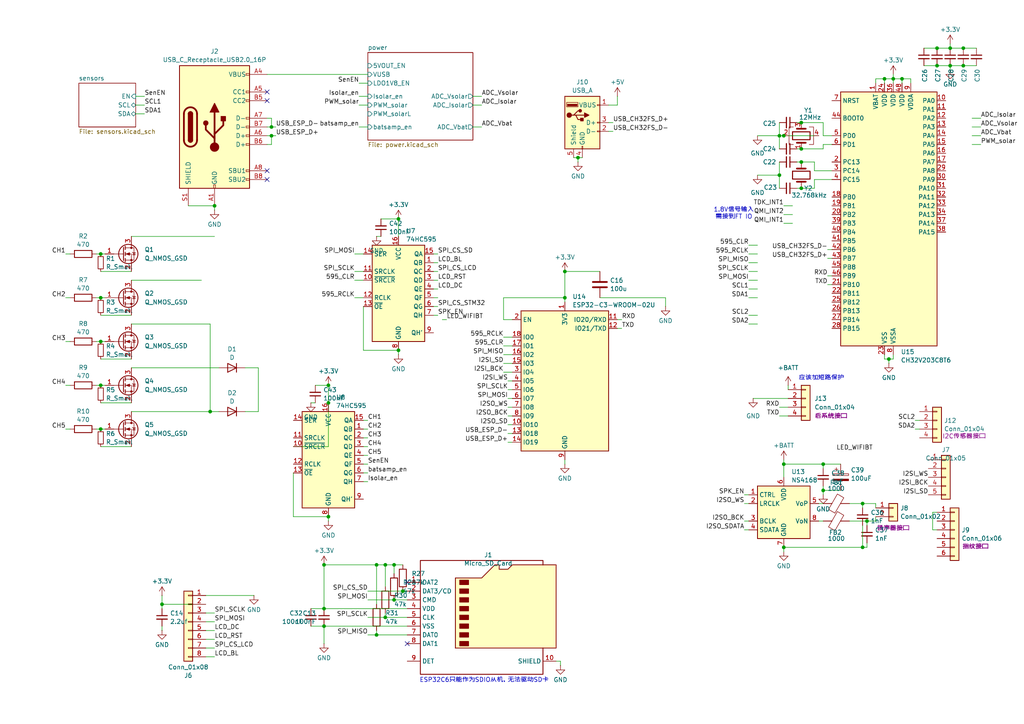
<source format=kicad_sch>
(kicad_sch (version 20231120) (generator "eeschema") (generator_version "8.0")
  (paper "A4")
  (junction (at 93.98 163.83))
  (junction (at 29.21 73.66))
  (junction (at 232.41 43.18))
  (junction (at 275.59 19.05))
  (junction (at 78.74 39.37))
  (junction (at 271.78 13.97))
  (junction (at 232.41 46.99))
  (junction (at 232.41 54.61))
  (junction (at 62.23 59.69))
  (junction (at 46.99 175.26))
  (junction (at 226.06 50.8))
  (junction (at 29.21 124.46))
  (junction (at 93.98 181.61))
  (junction (at 227.33 158.75))
  (junction (at 93.98 176.53))
  (junction (at 115.57 63.5))
  (junction (at 95.25 111.76))
  (junction (at 279.4 19.05))
  (junction (at 232.41 35.56))
  (junction (at 95.25 149.86))
  (junction (at 60.96 119.38))
  (junction (at 109.22 163.83))
  (junction (at 238.76 142.24))
  (junction (at 167.64 45.72))
  (junction (at 109.22 184.15))
  (junction (at 271.78 19.05))
  (junction (at 257.81 104.14))
  (junction (at 29.21 111.76))
  (junction (at 226.06 39.37))
  (junction (at 279.4 13.97))
  (junction (at 111.76 163.83))
  (junction (at 261.62 22.86))
  (junction (at 114.3 163.83))
  (junction (at 115.57 101.6))
  (junction (at 111.76 179.07))
  (junction (at 259.08 22.86))
  (junction (at 256.54 22.86))
  (junction (at 163.83 86.36))
  (junction (at 227.33 39.37))
  (junction (at 29.21 86.36))
  (junction (at 250.19 158.75))
  (junction (at 275.59 13.97))
  (junction (at 116.84 171.45))
  (junction (at 227.33 134.62))
  (junction (at 95.25 116.84))
  (junction (at 238.76 134.62))
  (junction (at 251.46 151.13))
  (junction (at 163.83 78.74))
  (junction (at 78.74 36.83))
  (junction (at 114.3 173.99))
  (junction (at 29.21 99.06))
  (junction (at 250.19 146.05))
  (no_connect (at 77.47 49.53))
  (no_connect (at 77.47 26.67))
  (no_connect (at 118.11 168.91))
  (no_connect (at 77.47 29.21))
  (no_connect (at 118.11 186.69))
  (no_connect (at 77.47 52.07))
  (wire (pts (xy 27.94 73.66) (xy 29.21 73.66)))
  (wire (pts (xy 62.23 59.69) (xy 62.23 60.96)))
  (wire (pts (xy 254 24.13) (xy 254 22.86)))
  (wire (pts (xy 166.37 45.72) (xy 167.64 45.72)))
  (wire (pts (xy 147.32 125.73) (xy 148.59 125.73)))
  (wire (pts (xy 228.6 111.76) (xy 228.6 113.03)))
  (wire (pts (xy 238.76 134.62) (xy 243.84 134.62)))
  (wire (pts (xy 106.68 171.45) (xy 116.84 171.45)))
  (wire (pts (xy 176.53 30.48) (xy 179.07 30.48)))
  (wire (pts (xy 251.46 158.75) (xy 250.19 158.75)))
  (wire (pts (xy 105.41 101.6) (xy 115.57 101.6)))
  (wire (pts (xy 78.74 39.37) (xy 77.47 39.37)))
  (wire (pts (xy 279.4 19.05) (xy 283.21 19.05)))
  (wire (pts (xy 93.98 186.69) (xy 93.98 181.61)))
  (wire (pts (xy 106.68 132.08) (xy 105.41 132.08)))
  (wire (pts (xy 179.07 95.25) (xy 180.34 95.25)))
  (wire (pts (xy 147.32 113.03) (xy 148.59 113.03)))
  (wire (pts (xy 77.47 41.91) (xy 78.74 41.91)))
  (wire (pts (xy 109.22 163.83) (xy 111.76 163.83)))
  (wire (pts (xy 109.22 184.15) (xy 118.11 184.15)))
  (wire (pts (xy 77.47 21.59) (xy 106.68 21.59)))
  (wire (pts (xy 271.78 13.97) (xy 275.59 13.97)))
  (wire (pts (xy 29.21 116.84) (xy 38.1 116.84)))
  (wire (pts (xy 105.41 139.7) (xy 106.68 139.7)))
  (wire (pts (xy 251.46 157.48) (xy 251.46 158.75)))
  (wire (pts (xy 38.1 68.58) (xy 62.23 68.58)))
  (wire (pts (xy 146.05 92.71) (xy 148.59 92.71)))
  (wire (pts (xy 109.22 182.88) (xy 109.22 184.15)))
  (wire (pts (xy 106.68 129.54) (xy 105.41 129.54)))
  (wire (pts (xy 238.76 41.91) (xy 241.3 41.91)))
  (wire (pts (xy 163.83 78.74) (xy 173.99 78.74)))
  (wire (pts (xy 251.46 151.13) (xy 254 151.13)))
  (wire (pts (xy 95.25 149.86) (xy 95.25 151.13)))
  (wire (pts (xy 59.69 182.88) (xy 62.23 182.88)))
  (wire (pts (xy 78.74 34.29) (xy 77.47 34.29)))
  (wire (pts (xy 259.08 21.59) (xy 259.08 22.86)))
  (wire (pts (xy 227.33 134.62) (xy 227.33 138.43)))
  (wire (pts (xy 116.84 171.45) (xy 118.11 171.45)))
  (wire (pts (xy 29.21 91.44) (xy 38.1 91.44)))
  (wire (pts (xy 46.99 176.53) (xy 46.99 175.26)))
  (wire (pts (xy 39.37 27.94) (xy 41.91 27.94)))
  (wire (pts (xy 90.17 116.84) (xy 91.44 116.84)))
  (wire (pts (xy 71.12 119.38) (xy 74.93 119.38)))
  (wire (pts (xy 236.22 46.99) (xy 232.41 46.99)))
  (wire (pts (xy 46.99 175.26) (xy 46.99 172.72)))
  (wire (pts (xy 59.69 180.34) (xy 62.23 180.34)))
  (wire (pts (xy 227.33 59.69) (xy 229.87 59.69)))
  (wire (pts (xy 102.87 86.36) (xy 105.41 86.36)))
  (wire (pts (xy 109.22 163.83) (xy 109.22 175.26)))
  (wire (pts (xy 38.1 93.98) (xy 60.96 93.98)))
  (wire (pts (xy 254 22.86) (xy 256.54 22.86)))
  (wire (pts (xy 215.9 153.67) (xy 217.17 153.67)))
  (wire (pts (xy 147.32 118.11) (xy 148.59 118.11)))
  (wire (pts (xy 27.94 124.46) (xy 29.21 124.46)))
  (wire (pts (xy 265.43 121.92) (xy 266.7 121.92)))
  (wire (pts (xy 250.19 146.05) (xy 250.19 147.32)))
  (wire (pts (xy 232.41 43.18) (xy 238.76 43.18)))
  (wire (pts (xy 232.41 54.61) (xy 236.22 54.61)))
  (wire (pts (xy 29.21 104.14) (xy 38.1 104.14)))
  (wire (pts (xy 29.21 73.66) (xy 30.48 73.66)))
  (wire (pts (xy 240.03 74.93) (xy 241.3 74.93)))
  (wire (pts (xy 60.96 119.38) (xy 63.5 119.38)))
  (wire (pts (xy 264.16 22.86) (xy 264.16 24.13)))
  (wire (pts (xy 257.81 104.14) (xy 259.08 104.14)))
  (wire (pts (xy 217.17 83.82) (xy 219.71 83.82)))
  (wire (pts (xy 259.08 104.14) (xy 259.08 102.87)))
  (wire (pts (xy 29.21 99.06) (xy 30.48 99.06)))
  (wire (pts (xy 109.22 68.58) (xy 110.49 68.58)))
  (wire (pts (xy 240.03 80.01) (xy 241.3 80.01)))
  (wire (pts (xy 146.05 92.71) (xy 146.05 86.36)))
  (wire (pts (xy 226.06 35.56) (xy 226.06 39.37)))
  (wire (pts (xy 231.14 35.56) (xy 232.41 35.56)))
  (wire (pts (xy 111.76 177.8) (xy 111.76 179.07)))
  (wire (pts (xy 257.81 104.14) (xy 257.81 105.41)))
  (wire (pts (xy 254 149.86) (xy 254 151.13)))
  (wire (pts (xy 256.54 22.86) (xy 259.08 22.86)))
  (wire (pts (xy 19.05 73.66) (xy 20.32 73.66)))
  (wire (pts (xy 91.44 111.76) (xy 95.25 111.76)))
  (wire (pts (xy 231.14 54.61) (xy 232.41 54.61)))
  (wire (pts (xy 19.05 99.06) (xy 20.32 99.06)))
  (wire (pts (xy 59.69 185.42) (xy 62.23 185.42)))
  (wire (pts (xy 147.32 110.49) (xy 148.59 110.49)))
  (wire (pts (xy 218.44 115.57) (xy 228.6 115.57)))
  (wire (pts (xy 236.22 49.53) (xy 236.22 46.99)))
  (wire (pts (xy 217.17 91.44) (xy 219.71 91.44)))
  (wire (pts (xy 215.9 143.51) (xy 217.17 143.51)))
  (wire (pts (xy 238.76 39.37) (xy 238.76 35.56)))
  (wire (pts (xy 219.71 50.8) (xy 226.06 50.8)))
  (wire (pts (xy 271.78 19.05) (xy 275.59 19.05)))
  (wire (pts (xy 284.48 39.37) (xy 281.94 39.37)))
  (wire (pts (xy 78.74 41.91) (xy 78.74 39.37)))
  (wire (pts (xy 105.41 124.46) (xy 106.68 124.46)))
  (wire (pts (xy 284.48 36.83) (xy 281.94 36.83)))
  (wire (pts (xy 29.21 86.36) (xy 30.48 86.36)))
  (wire (pts (xy 251.46 152.4) (xy 251.46 151.13)))
  (wire (pts (xy 163.83 86.36) (xy 163.83 87.63)))
  (wire (pts (xy 217.17 78.74) (xy 219.71 78.74)))
  (wire (pts (xy 176.53 38.1) (xy 177.8 38.1)))
  (wire (pts (xy 77.47 36.83) (xy 78.74 36.83)))
  (wire (pts (xy 146.05 97.79) (xy 148.59 97.79)))
  (wire (pts (xy 59.69 187.96) (xy 62.23 187.96)))
  (wire (pts (xy 147.32 115.57) (xy 148.59 115.57)))
  (wire (pts (xy 259.08 22.86) (xy 261.62 22.86)))
  (wire (pts (xy 231.14 46.99) (xy 232.41 46.99)))
  (wire (pts (xy 219.71 39.37) (xy 226.06 39.37)))
  (wire (pts (xy 106.68 134.62) (xy 105.41 134.62)))
  (wire (pts (xy 115.57 101.6) (xy 115.57 102.87)))
  (wire (pts (xy 93.98 163.83) (xy 109.22 163.83)))
  (wire (pts (xy 38.1 106.68) (xy 63.5 106.68)))
  (wire (pts (xy 259.08 22.86) (xy 259.08 24.13)))
  (wire (pts (xy 27.94 86.36) (xy 29.21 86.36)))
  (wire (pts (xy 256.54 104.14) (xy 256.54 102.87)))
  (wire (pts (xy 85.09 137.16) (xy 85.09 149.86)))
  (wire (pts (xy 227.33 133.35) (xy 227.33 134.62)))
  (wire (pts (xy 275.59 19.05) (xy 279.4 19.05)))
  (wire (pts (xy 137.16 30.48) (xy 139.7 30.48)))
  (wire (pts (xy 284.48 41.91) (xy 281.94 41.91)))
  (wire (pts (xy 161.29 191.77) (xy 162.56 191.77)))
  (wire (pts (xy 279.4 13.97) (xy 283.21 13.97)))
  (wire (pts (xy 106.68 179.07) (xy 111.76 179.07)))
  (wire (pts (xy 231.14 43.18) (xy 232.41 43.18)))
  (wire (pts (xy 93.98 181.61) (xy 118.11 181.61)))
  (wire (pts (xy 29.21 78.74) (xy 38.1 78.74)))
  (wire (pts (xy 29.21 111.76) (xy 30.48 111.76)))
  (wire (pts (xy 78.74 34.29) (xy 78.74 36.83)))
  (wire (pts (xy 146.05 105.41) (xy 148.59 105.41)))
  (wire (pts (xy 80.01 39.37) (xy 78.74 39.37)))
  (wire (pts (xy 227.33 158.75) (xy 250.19 158.75)))
  (wire (pts (xy 271.78 153.67) (xy 270.51 153.67)))
  (wire (pts (xy 227.33 39.37) (xy 237.49 39.37)))
  (wire (pts (xy 106.68 184.15) (xy 109.22 184.15)))
  (wire (pts (xy 114.3 163.83) (xy 111.76 163.83)))
  (wire (pts (xy 147.32 123.19) (xy 148.59 123.19)))
  (wire (pts (xy 39.37 33.02) (xy 41.91 33.02)))
  (wire (pts (xy 217.17 86.36) (xy 219.71 86.36)))
  (wire (pts (xy 19.05 86.36) (xy 20.32 86.36)))
  (wire (pts (xy 111.76 163.83) (xy 111.76 170.18)))
  (wire (pts (xy 105.41 121.92) (xy 106.68 121.92)))
  (wire (pts (xy 217.17 81.28) (xy 219.71 81.28)))
  (wire (pts (xy 59.69 175.26) (xy 46.99 175.26)))
  (wire (pts (xy 227.33 62.23) (xy 229.87 62.23)))
  (wire (pts (xy 95.25 116.84) (xy 95.25 129.54)))
  (wire (pts (xy 146.05 107.95) (xy 148.59 107.95)))
  (wire (pts (xy 238.76 146.05) (xy 237.49 146.05)))
  (wire (pts (xy 217.17 76.2) (xy 219.71 76.2)))
  (wire (pts (xy 19.05 124.46) (xy 20.32 124.46)))
  (wire (pts (xy 54.61 59.69) (xy 62.23 59.69)))
  (wire (pts (xy 238.76 43.18) (xy 238.76 41.91)))
  (wire (pts (xy 226.06 46.99) (xy 226.06 50.8)))
  (wire (pts (xy 147.32 120.65) (xy 148.59 120.65)))
  (wire (pts (xy 59.69 190.5) (xy 62.23 190.5)))
  (wire (pts (xy 74.93 119.38) (xy 74.93 106.68)))
  (wire (pts (xy 226.06 39.37) (xy 226.06 43.18)))
  (wire (pts (xy 226.06 50.8) (xy 226.06 54.61)))
  (wire (pts (xy 93.98 176.53) (xy 118.11 176.53)))
  (wire (pts (xy 105.41 137.16) (xy 106.68 137.16)))
  (wire (pts (xy 241.3 52.07) (xy 236.22 52.07)))
  (wire (pts (xy 173.99 86.36) (xy 193.04 86.36)))
  (wire (pts (xy 261.62 22.86) (xy 264.16 22.86)))
  (wire (pts (xy 237.49 151.13) (xy 238.76 151.13)))
  (wire (pts (xy 127 78.74) (xy 125.73 78.74)))
  (wire (pts (xy 102.87 73.66) (xy 105.41 73.66)))
  (wire (pts (xy 275.59 12.7) (xy 275.59 13.97)))
  (wire (pts (xy 270.51 153.67) (xy 270.51 148.59)))
  (wire (pts (xy 104.14 24.13) (xy 106.68 24.13)))
  (wire (pts (xy 127 88.9) (xy 125.73 88.9)))
  (wire (pts (xy 60.96 93.98) (xy 60.96 119.38)))
  (wire (pts (xy 127 76.2) (xy 125.73 76.2)))
  (wire (pts (xy 217.17 73.66) (xy 219.71 73.66)))
  (wire (pts (xy 176.53 35.56) (xy 177.8 35.56)))
  (wire (pts (xy 241.3 39.37) (xy 238.76 39.37)))
  (wire (pts (xy 215.9 151.13) (xy 217.17 151.13)))
  (wire (pts (xy 261.62 22.86) (xy 261.62 24.13)))
  (wire (pts (xy 127 83.82) (xy 125.73 83.82)))
  (wire (pts (xy 95.25 111.76) (xy 95.25 116.84)))
  (wire (pts (xy 27.94 99.06) (xy 29.21 99.06)))
  (wire (pts (xy 226.06 118.11) (xy 228.6 118.11)))
  (wire (pts (xy 238.76 143.51) (xy 238.76 142.24)))
  (wire (pts (xy 250.19 146.05) (xy 254 146.05)))
  (wire (pts (xy 93.98 163.83) (xy 93.98 176.53)))
  (wire (pts (xy 114.3 173.99) (xy 118.11 173.99)))
  (wire (pts (xy 254 146.05) (xy 254 147.32)))
  (wire (pts (xy 106.68 173.99) (xy 114.3 173.99)))
  (wire (pts (xy 227.33 134.62) (xy 238.76 134.62)))
  (wire (pts (xy 226.06 39.37) (xy 227.33 39.37)))
  (wire (pts (xy 246.38 146.05) (xy 250.19 146.05)))
  (wire (pts (xy 217.17 71.12) (xy 219.71 71.12)))
  (wire (pts (xy 38.1 119.38) (xy 60.96 119.38)))
  (wire (pts (xy 238.76 134.62) (xy 238.76 135.89)))
  (wire (pts (xy 193.04 86.36) (xy 193.04 88.9)))
  (wire (pts (xy 217.17 93.98) (xy 219.71 93.98)))
  (wire (pts (xy 241.3 49.53) (xy 236.22 49.53)))
  (wire (pts (xy 275.59 19.05) (xy 275.59 20.32)))
  (wire (pts (xy 240.03 72.39) (xy 241.3 72.39)))
  (wire (pts (xy 78.74 36.83) (xy 80.01 36.83)))
  (wire (pts (xy 179.07 30.48) (xy 179.07 27.94)))
  (wire (pts (xy 116.84 163.83) (xy 114.3 163.83)))
  (wire (pts (xy 105.41 88.9) (xy 105.41 101.6)))
  (wire (pts (xy 256.54 104.14) (xy 257.81 104.14)))
  (wire (pts (xy 127 73.66) (xy 125.73 73.66)))
  (wire (pts (xy 147.32 128.27) (xy 148.59 128.27)))
  (wire (pts (xy 102.87 78.74) (xy 105.41 78.74)))
  (wire (pts (xy 71.12 106.68) (xy 74.93 106.68)))
  (wire (pts (xy 29.21 124.46) (xy 30.48 124.46)))
  (wire (pts (xy 232.41 35.56) (xy 238.76 35.56)))
  (wire (pts (xy 227.33 158.75) (xy 227.33 160.02)))
  (wire (pts (xy 226.06 120.65) (xy 228.6 120.65)))
  (wire (pts (xy 125.73 81.28) (xy 127 81.28)))
  (wire (pts (xy 284.48 34.29) (xy 281.94 34.29)))
  (wire (pts (xy 275.59 13.97) (xy 279.4 13.97)))
  (wire (pts (xy 90.17 176.53) (xy 93.98 176.53)))
  (wire (pts (xy 270.51 148.59) (xy 271.78 148.59)))
  (wire (pts (xy 167.64 45.72) (xy 168.91 45.72)))
  (wire (pts (xy 146.05 102.87) (xy 148.59 102.87)))
  (wire (pts (xy 146.05 86.36) (xy 163.83 86.36)))
  (wire (pts (xy 111.76 179.07) (xy 118.11 179.07)))
  (wire (pts (xy 59.69 177.8) (xy 62.23 177.8)))
  (wire (pts (xy 167.64 45.72) (xy 167.64 46.99)))
  (wire (pts (xy 267.97 13.97) (xy 271.78 13.97)))
  (wire (pts (xy 246.38 151.13) (xy 251.46 151.13)))
  (wire (pts (xy 163.83 78.74) (xy 163.83 86.36)))
  (wire (pts (xy 90.17 181.61) (xy 93.98 181.61)))
  (wire (pts (xy 38.1 81.28) (xy 58.42 81.28)))
  (wire (pts (xy 85.09 129.54) (xy 95.25 129.54)))
  (wire (pts (xy 179.07 92.71) (xy 180.34 92.71)))
  (wire (pts (xy 137.16 36.83) (xy 139.7 36.83)))
  (wire (pts (xy 236.22 52.07) (xy 236.22 54.61)))
  (wire (pts (xy 256.54 22.86) (xy 256.54 24.13)))
  (wire (pts (xy 127 86.36) (xy 125.73 86.36)))
  (wire (pts (xy 46.99 181.61) (xy 46.99 182.88)))
  (wire (pts (xy 238.76 140.97) (xy 238.76 142.24)))
  (wire (pts (xy 115.57 63.5) (xy 115.57 68.58)))
  (wire (pts (xy 125.73 91.44) (xy 127 91.44)))
  (wire (pts (xy 27.94 111.76) (xy 29.21 111.76)))
  (wire (pts (xy 250.19 152.4) (xy 250.19 158.75)))
  (wire (pts (xy 146.05 100.33) (xy 148.59 100.33)))
  (wire (pts (xy 104.14 27.94) (xy 106.68 27.94)))
  (wire (pts (xy 162.56 191.77) (xy 162.56 193.04)))
  (wire (pts (xy 114.3 163.83) (xy 114.3 166.37)))
  (wire (pts (xy 106.68 127) (xy 105.41 127)))
  (wire (pts (xy 227.33 64.77) (xy 229.87 64.77)))
  (wire (pts (xy 163.83 134.62) (xy 163.83 133.35)))
  (wire (pts (xy 215.9 146.05) (xy 217.17 146.05)))
  (wire (pts (xy 39.37 30.48) (xy 41.91 30.48)))
  (wire (pts (xy 238.76 142.24) (xy 243.84 142.24)))
  (wire (pts (xy 102.87 81.28) (xy 105.41 81.28)))
  (wire (pts (xy 59.69 172.72) (xy 73.66 172.72)))
  (wire (pts (xy 110.49 63.5) (xy 115.57 63.5)))
  (wire (pts (xy 104.14 36.83) (xy 106.68 36.83)))
  (wire (pts (xy 240.03 82.55) (xy 241.3 82.55)))
  (wire (pts (xy 19.05 111.76) (xy 20.32 111.76)))
  (wire (pts (xy 104.14 30.48) (xy 106.68 30.48)))
  (wire (pts (xy 265.43 124.46) (xy 266.7 124.46)))
  (wire (pts (xy 129.54 92.71) (xy 128.27 92.71)))
  (wire (pts (xy 267.97 19.05) (xy 271.78 19.05)))
  (wire (pts (xy 85.09 149.86) (xy 95.25 149.86)))
  (wire (pts (xy 137.16 27.94) (xy 139.7 27.94)))
  (wire (pts (xy 29.21 129.54) (xy 38.1 129.54)))
  (text "ESP32C6只能作为SDIO从机，无法驱动SD卡" (at 140.462 197.358 0) (effects (font (size 1.27 1.27))))
  (text "1.8V信号输入\n需接到FT IO" (at 212.852 61.976 0) (effects (font (size 1.27 1.27))))
  (text "应该加短路保护" (at 238.252 109.728 0) (effects (font (size 1.27 1.27))))
  (label "SPI_MOSI" (at 147.32 115.57 180))
  (label "SenEN" (at 41.91 27.94 0))
  (label "SDA1" (at 217.17 86.36 180))
  (label "595_RCLK" (at 102.87 86.36 180))
  (label "CH3" (at 19.05 99.06 180))
  (label "TDK_INT1" (at 227.33 59.69 180))
  (label "LCD_RST" (at 62.23 185.42 0))
  (label "SPI_SCLK" (at 102.87 78.74 180))
  (label "ADC_Vbat" (at 139.7 36.83 0))
  (label "I2SI_BCK" (at 269.24 140.97 180))
  (label "I2SI_BCK" (at 146.05 107.95 180))
  (label "SPI_SCLK" (at 62.23 177.8 0))
  (label "ADC_Isolar" (at 139.7 30.48 0))
  (label "LED_WIFIBT" (at 129.54 92.71 0))
  (label "I2SI_SD" (at 146.05 105.41 180))
  (label "TXD" (at 226.06 120.65 180))
  (label "CH4" (at 106.68 129.54 0))
  (label "SenEN" (at 104.14 24.13 180))
  (label "USB_CH32FS_D-" (at 177.8 38.1 0))
  (label "SPI_CS_LCD" (at 62.23 187.96 0))
  (label "PWM_solar" (at 104.14 30.48 180))
  (label "SCL1" (at 41.91 30.48 0))
  (label "QMI_INT1" (at 227.33 64.77 180))
  (label "LCD_BL" (at 127 76.2 0))
  (label "LED_WIFIBT" (at 242.57 130.81 0))
  (label "CH1" (at 19.05 73.66 180))
  (label "batsamp_en" (at 104.14 36.83 180))
  (label "ADC_Vbat" (at 284.48 39.37 0))
  (label "SPI_SCLK" (at 106.68 179.07 180))
  (label "USB_ESP_D+" (at 147.32 128.27 180))
  (label "SPK_EN" (at 127 91.44 0))
  (label "LCD_DC" (at 127 83.82 0))
  (label "CH5" (at 106.68 132.08 0))
  (label "SPI_MISO" (at 146.05 102.87 180))
  (label "SPK_EN" (at 215.9 143.51 180))
  (label "Isolar_en" (at 104.14 27.94 180))
  (label "SDA2" (at 265.43 124.46 180))
  (label "SCL2" (at 265.43 121.92 180))
  (label "RXD" (at 240.03 80.01 180))
  (label "USB_ESP_D-" (at 80.01 36.83 0))
  (label "SDA1" (at 41.91 33.02 0))
  (label "SPI_SCLK" (at 147.32 113.03 180))
  (label "PWM_solar" (at 284.48 41.91 0))
  (label "USB_CH32FS_D+" (at 177.8 35.56 0))
  (label "USB_CH32FS_D-" (at 240.03 72.39 180))
  (label "SPI_CS_STM32" (at 127 88.9 0))
  (label "TXD" (at 180.34 95.25 0))
  (label "CH1" (at 106.68 121.92 0))
  (label "SPI_MOSI" (at 102.87 73.66 180))
  (label "TXD" (at 240.03 82.55 180))
  (label "ADC_Vsolar" (at 284.48 36.83 0))
  (label "I2SI_SD" (at 269.24 143.51 180))
  (label "SPI_CS_LCD" (at 127 78.74 0))
  (label "I2SO_WS" (at 147.32 118.11 180))
  (label "I2SO_SDATA" (at 215.9 153.67 180))
  (label "RXD" (at 226.06 118.11 180))
  (label "ADC_Vsolar" (at 139.7 27.94 0))
  (label "Isolar_en" (at 106.68 139.7 0))
  (label "I2SI_WS" (at 269.24 138.43 180))
  (label "I2SO_BCK" (at 215.9 151.13 180))
  (label "QMI_INT2" (at 227.33 62.23 180))
  (label "SPI_SCLK" (at 217.17 78.74 180))
  (label "CH5" (at 19.05 124.46 180))
  (label "SCL2" (at 217.17 91.44 180))
  (label "CH3" (at 106.68 127 0))
  (label "ADC_Isolar" (at 284.48 34.29 0))
  (label "USB_CH32FS_D+" (at 240.03 74.93 180))
  (label "595_RCLK" (at 146.05 97.79 180))
  (label "SPI_MISO" (at 217.17 76.2 180))
  (label "LCD_BL" (at 62.23 190.5 0))
  (label "CH2" (at 106.68 124.46 0))
  (label "I2SO_WS" (at 215.9 146.05 180))
  (label "CH4" (at 19.05 111.76 180))
  (label "SenEN" (at 106.68 134.62 0))
  (label "SPI_CS_SD" (at 127 73.66 0))
  (label "USB_ESP_D-" (at 147.32 125.73 180))
  (label "SPI_MOSI" (at 217.17 81.28 180))
  (label "595_RCLK" (at 217.17 73.66 180))
  (label "SPI_MISO" (at 106.68 184.15 180))
  (label "USB_ESP_D+" (at 80.01 39.37 0))
  (label "batsamp_en" (at 106.68 137.16 0))
  (label "I2SO_BCK" (at 147.32 120.65 180))
  (label "595_CLR" (at 102.87 81.28 180))
  (label "CH2" (at 19.05 86.36 180))
  (label "RXD" (at 180.34 92.71 0))
  (label "595_CLR" (at 217.17 71.12 180))
  (label "SPI_MOSI" (at 62.23 180.34 0))
  (label "I2SI_WS" (at 147.32 110.49 180))
  (label "LCD_RST" (at 127 81.28 0))
  (label "LCD_DC" (at 62.23 182.88 0))
  (label "SPI_MOSI" (at 106.68 173.99 180))
  (label "I2SO_SD" (at 147.32 123.19 180))
  (label "SDA2" (at 217.17 93.98 180))
  (label "SCL1" (at 217.17 83.82 180))
  (label "595_CLR" (at 146.05 100.33 180))
  (label "SPI_CS_SD" (at 106.68 171.45 180))
  (symbol (lib_id "Device:C_Small") (at 228.6 43.18 270) (mirror x) (unit 1)
    (property "Reference" "C24" (at 221.234 43.18 90) (effects (justify left)))
    (property "Value" "C_Small" (effects (hide yes)))
    (property "Footprint" "Capacitor_SMD:C_0402_1005Metric" (effects (hide yes)))
    (property "Description" "Unpolarized capacitor, small symbol" (effects (hide yes)))
  )
  (symbol (lib_id "power:GND") (at 73.66 172.72 0) (unit 1)
    (property "Reference" "#PWR027" (effects (hide yes)))
    (property "Value" "GND" (at 73.66 176.8531 0))
    (property "Description" "Power symbol creates a global label with name \"GND\" , ground" (effects (hide yes)))
  )
  (symbol (lib_id "Device:C_Small") (at 46.99 179.07 0) (unit 1)
    (property "Reference" "C14" (at 49.3141 177.8641 0) (effects (justify left)))
    (property "Value" "2.2uf" (at 49.3141 180.2884 0) (effects (justify left)))
    (property "Footprint" "Capacitor_SMD:C_0603_1608Metric" (effects (hide yes)))
    (property "Description" "Unpolarized capacitor, small symbol" (effects (hide yes)))
  )
  (symbol (lib_id "Device:R") (at 24.13 111.76 90) (unit 1)
    (property "Reference" "R9" (at 24.13 106.5995 90))
    (property "Value" "470" (at 24.13 109.0238 90))
    (property "Footprint" "Resistor_SMD:R_0402_1005Metric" (effects (hide yes)))
    (property "Description" "Resistor" (effects (hide yes)))
  )
  (symbol (lib_id "Connector:Micro_SD_Card_Det1") (at 140.97 179.07 0) (unit 1)
    (property "Reference" "J1" (at 141.605 160.9555 0))
    (property "Value" "Micro_SD_Card" (at 141.605 163.3798 0))
    (property "Footprint" "Library:microSD_Slot_mybuy" (effects (hide yes)))
    (property "Datasheet" "https://datasheet.lcsc.com/lcsc/2110151630_XKB-Connectivity-XKTF-015-N_C381082.pdf" (effects (hide yes)))
    (property "Description" "Micro SD Card Socket with one card detection pin" (effects (hide yes)))
  )
  (symbol (lib_id "Device:R_Small") (at 29.21 76.2 0) (unit 1)
    (property "Reference" "R1" (at 30.7086 74.9878 0) (effects (justify left)))
    (property "Value" "R_Small" (at 30.7086 77.4121 0) (effects (justify left)))
    (property "Footprint" "Resistor_SMD:R_0402_1005Metric" (effects (hide yes)))
    (property "Description" "Resistor, small symbol" (effects (hide yes)))
  )
  (symbol (lib_id "Device:C_Small") (at 238.76 138.43 0) (unit 1)
    (property "Reference" "C38" (at 241.0841 137.2241 0) (effects (justify left)))
    (property "Value" "1uF" (at 241.0841 139.6484 0) (effects (justify left)))
    (property "Footprint" "Capacitor_SMD:C_0402_1005Metric" (effects (hide yes)))
    (property "Description" "Unpolarized capacitor, small symbol" (effects (hide yes)))
  )
  (symbol (lib_id "power:GND") (at 109.22 68.58 0) (unit 1)
    (property "Reference" "#PWR066" (effects (hide yes)))
    (property "Value" "GND" (at 109.22 72.7131 0))
    (property "Description" "Power symbol creates a global label with name \"GND\" , ground" (effects (hide yes)))
  )
  (symbol (lib_id "RF_Module:ESP32-C3-WROOM-02U") (at 163.83 110.49 0) (unit 1)
    (property "Reference" "U14" (at 166.0241 86.0255 0) (effects (justify left)))
    (property "Value" "ESP32-C3-WROOM-02U" (at 166.0241 88.4498 0) (effects (justify left)))
    (property "Footprint" "RF_Module:ESP32-C3-WROOM-02U" (effects (hide yes)))
    (property "Datasheet" "https://www.espressif.com/sites/default/files/documentation/esp32-c3-wroom-02_datasheet_en.pdf" (effects (hide yes)))
    (property "Description" "802.11 b/g/n Wi­Fi and Bluetooth 5 module, ESP32­C3 SoC, RISC­V microprocessor, On-board antenna" (effects (hide yes)))
  )
  (symbol (lib_id "power:+BATT") (at 227.33 133.35 0) (unit 1)
    (property "Reference" "#PWR042" (effects (hide yes)))
    (property "Value" "+BATT" (at 227.33 129.2169 0))
    (property "Description" "Power symbol creates a global label with name \"+BATT\"" (effects (hide yes)))
  )
  (symbol (lib_id "Connector:USB_C_Receptacle_USB2.0_16P") (at 62.23 36.83 0) (unit 1)
    (property "Reference" "J2" (at 62.23 14.9055 0))
    (property "Value" "USB_C_Receptacle_USB2.0_16P" (at 62.23 17.3298 0))
    (property "Footprint" "Connector_USB:USB_C_Receptacle_HRO_TYPE-C-31-M-12" (effects (hide yes)))
    (property "Datasheet" "https://www.usb.org/sites/default/files/documents/usb_type-c.zip" (effects (hide yes)))
    (property "Description" "USB 2.0-only 16P Type-C Receptacle connector" (effects (hide yes)))
  )
  (symbol (lib_id "Device:C_Small") (at 228.6 46.99 270) (unit 1)
    (property "Reference" "C22" (at 221.234 46.99 90) (effects (justify left)))
    (property "Value" "C_Small" (effects (hide yes)))
    (property "Footprint" "Capacitor_SMD:C_0402_1005Metric" (effects (hide yes)))
    (property "Description" "Unpolarized capacitor, small symbol" (effects (hide yes)))
  )
  (symbol (lib_id "power:GND") (at 62.23 60.96 0) (unit 1)
    (property "Reference" "#PWR01" (effects (hide yes)))
    (property "Value" "GND" (at 62.23 65.0931 0))
    (property "Description" "Power symbol creates a global label with name \"GND\" , ground" (effects (hide yes)))
  )
  (symbol (lib_id "Device:D") (at 67.31 106.68 180) (unit 1)
    (property "Reference" "D1" (at 67.31 101.2655 0))
    (property "Value" "D" (at 67.31 103.6898 0))
    (property "Footprint" "Diode_SMD:D_SOD-123F" (effects (hide yes)))
    (property "Description" "Diode" (effects (hide yes)))
    (property "Sim.Device" "D" (effects (hide yes)))
    (property "Sim.Pins" "1=K 2=A" (effects (hide yes)))
  )
  (symbol (lib_id "Device:Crystal") (at 232.41 50.8 270) (unit 1)
    (property "Reference" "Y2" (at 234.442 54.61 90))
    (property "Value" "32.768kHz" (at 234.696 56.642 90))
    (property "Footprint" "Crystal:Crystal_SMD_3215-2Pin_3.2x1.5mm" (effects (hide yes)))
    (property "Description" "Two pin crystal" (effects (hide yes)))
  )
  (symbol (lib_id "Device:R_Small") (at 29.21 127 0) (unit 1)
    (property "Reference" "R6" (at 30.7086 125.7878 0) (effects (justify left)))
    (property "Value" "R_Small" (at 30.7086 128.2121 0) (effects (justify left)))
    (property "Footprint" "Resistor_SMD:R_0402_1005Metric" (effects (hide yes)))
    (property "Description" "Resistor, small symbol" (effects (hide yes)))
  )
  (symbol (lib_id "Connector_Generic:Conn_01x08") (at 54.61 180.34 0) (mirror y) (unit 1)
    (property "Reference" "J6" (at 54.61 195.9145 0))
    (property "Value" "Conn_01x08" (at 54.61 193.4902 0))
    (property "Footprint" "Connector_JST:JST_GH_BM08B-GHS-TBT_1x08-1MP_P1.25mm_Vertical" (effects (hide yes)))
    (property "Description" "Generic connector, single row, 01x08, script generated (kicad-library-utils/schlib/autogen/connector/)" (effects (hide yes)))
  )
  (symbol (lib_id "Device:C_Small") (at 110.49 66.04 180) (unit 1)
    (property "Reference" "C42" (at 112.8141 64.8214 0) (effects (justify right)))
    (property "Value" "100nF" (at 112.8141 67.2457 0) (effects (justify right)))
    (property "Footprint" "Capacitor_SMD:C_0402_1005Metric" (effects (hide yes)))
    (property "Description" "Unpolarized capacitor, small symbol" (effects (hide yes)))
  )
  (symbol (lib_id "Connector_Generic:Conn_01x04") (at 233.68 115.57 0) (unit 1)
    (property "Reference" "J13" (at 236.22 115.5699 0) (effects (justify left)))
    (property "Value" "Conn_01x04" (at 236.22 118.1099 0) (effects (justify left)))
    (property "Footprint" "Connector_PinHeader_2.54mm:PinHeader_1x04_P2.54mm_Vertical" (effects (hide yes)))
    (property "Description" "后系统接口" (at 241.046 120.65 0))
  )
  (symbol (lib_id "Device:FerriteBead") (at 242.57 151.13 90) (unit 1)
    (property "Reference" "FB2" (at 242.316 154.432 90))
    (property "Value" "1000" (at 242.57 156.21 90))
    (property "Footprint" "Inductor_SMD:L_0805_2012Metric" (effects (hide yes)))
    (property "Description" "Ferrite bead" (effects (hide yes)))
  )
  (symbol (lib_id "power:GND") (at 90.17 116.84 0) (unit 1)
    (property "Reference" "#PWR065" (effects (hide yes)))
    (property "Value" "GND" (at 90.17 120.9731 0))
    (property "Description" "Power symbol creates a global label with name \"GND\" , ground" (effects (hide yes)))
  )
  (symbol (lib_id "power:+3.3V") (at 259.08 21.59 0) (unit 1)
    (property "Reference" "#PWR053" (effects (hide yes)))
    (property "Value" "+3.3V" (at 259.08 17.4569 0))
    (property "Description" "Power symbol creates a global label with name \"+3.3V\"" (effects (hide yes)))
  )
  (symbol (lib_id "power:GND") (at 93.98 186.69 0) (unit 1)
    (property "Reference" "#PWR026" (effects (hide yes)))
    (property "Value" "GND" (at 93.98 190.8231 0))
    (property "Description" "Power symbol creates a global label with name \"GND\" , ground" (effects (hide yes)))
  )
  (symbol (lib_id "Device:C_Small") (at 228.6 54.61 270) (unit 1)
    (property "Reference" "C23" (at 221.488 54.356 90) (effects (justify left)))
    (property "Value" "C_Small" (effects (hide yes)))
    (property "Footprint" "Capacitor_SMD:C_0402_1005Metric" (effects (hide yes)))
    (property "Description" "Unpolarized capacitor, small symbol" (effects (hide yes)))
  )
  (symbol (lib_id "Device:Q_NMOS_GSD") (at 35.56 99.06 0) (unit 1)
    (property "Reference" "Q3" (at 41.91 97.7899 0) (effects (justify left)))
    (property "Value" "Q_NMOS_GSD" (at 41.91 100.3299 0) (effects (justify left)))
    (property "Footprint" "Package_TO_SOT_SMD:SOT-23" (effects (hide yes)))
    (property "Description" "N-MOSFET transistor, gate/source/drain" (effects (hide yes)))
  )
  (symbol (lib_id "Device:R") (at 24.13 73.66 90) (unit 1)
    (property "Reference" "R2" (at 24.13 68.4995 90))
    (property "Value" "470" (at 24.13 70.9238 90))
    (property "Footprint" "Resistor_SMD:R_0402_1005Metric" (effects (hide yes)))
    (property "Description" "Resistor" (effects (hide yes)))
  )
  (symbol (lib_name "GND_1") (lib_id "power:GND") (at 219.71 50.8 0) (unit 1)
    (property "Reference" "#PWR055" (effects (hide yes)))
    (property "Value" "GND" (at 219.71 55.88 0))
    (property "Description" "Power symbol creates a global label with name \"GND\" , ground" (effects (hide yes)))
  )
  (symbol (lib_id "power:+3.3V") (at 275.59 12.7 0) (unit 1)
    (property "Reference" "#PWR059" (effects (hide yes)))
    (property "Value" "+3.3V" (at 275.59 8.5669 0))
    (property "Description" "Power symbol creates a global label with name \"+3.3V\"" (effects (hide yes)))
  )
  (symbol (lib_id "MCU_ST_STM32F1:STM32F103C8Tx") (at 256.54 64.77 0) (unit 1)
    (property "Reference" "U15" (at 261.2741 102.0501 0) (effects (justify left)))
    (property "Value" "CH32V203C8T6" (at 261.2741 104.4744 0) (effects (justify left)))
    (property "Footprint" "Package_QFP:LQFP-48_7x7mm_P0.5mm" (effects (hide yes)))
    (property "Description" "STMicroelectronics Arm Cortex-M3 MCU, 64KB flash, 20KB RAM, 72 MHz, 2.0-3.6V, 37 GPIO, LQFP48" (effects (hide yes)))
  )
  (symbol (lib_id "Connector:USB_A") (at 168.91 35.56 0) (unit 1)
    (property "Reference" "J10" (at 168.91 23.7955 0))
    (property "Value" "USB_A" (at 168.91 26.2198 0))
    (property "Footprint" "Connector_USB:USB_A_Molex_67643_Horizontal" (effects (hide yes)))
    (property "Description" "USB Type A connector" (effects (hide yes)))
  )
  (symbol (lib_id "power:GND") (at 163.83 134.62 0) (unit 1)
    (property "Reference" "#PWR010" (effects (hide yes)))
    (property "Value" "GND" (at 163.83 138.7531 0))
    (property "Description" "Power symbol creates a global label with name \"GND\" , ground" (effects (hide yes)))
  )
  (symbol (lib_id "Device:Crystal_GND24") (at 232.41 39.37 90) (unit 1)
    (property "Reference" "Y1" (at 234.442 32.004 90))
    (property "Value" "12MHz" (at 234.95 34.036 90))
    (property "Footprint" "Crystal:Crystal_SMD_3225-4Pin_3.2x2.5mm" (effects (hide yes)))
    (property "Description" "Four pin crystal, GND on pins 2 and 4" (effects (hide yes)))
  )
  (symbol (lib_id "power:+3.3V") (at 46.99 172.72 0) (unit 1)
    (property "Reference" "#PWR028" (effects (hide yes)))
    (property "Value" "+3.3V" (at 46.99 168.5869 0))
    (property "Description" "Power symbol creates a global label with name \"+3.3V\"" (effects (hide yes)))
  )
  (symbol (lib_id "power:GND") (at 238.76 143.51 0) (unit 1)
    (property "Reference" "#PWR064" (effects (hide yes)))
    (property "Value" "GND" (at 238.76 147.6431 0))
    (property "Description" "Power symbol creates a global label with name \"GND\" , ground" (effects (hide yes)))
  )
  (symbol (lib_id "Device:R") (at 111.76 173.99 0) (unit 1)
    (property "Reference" "R30" (at 114.3 172.7199 0) (effects (justify left)))
    (property "Value" "47k" (at 114.3 175.2599 0) (effects (justify left)))
    (property "Footprint" "Resistor_SMD:R_0402_1005Metric" (effects (hide yes)))
    (property "Description" "Resistor" (effects (hide yes)))
  )
  (symbol (lib_id "power:+3.3V") (at 163.83 78.74 0) (unit 1)
    (property "Reference" "#PWR04" (effects (hide yes)))
    (property "Value" "+3.3V" (at 163.83 74.6069 0))
    (property "Description" "Power symbol creates a global label with name \"+3.3V\"" (effects (hide yes)))
  )
  (symbol (lib_name "GND_1") (lib_id "power:GND") (at 219.71 39.37 0) (unit 1)
    (property "Reference" "#PWR054" (effects (hide yes)))
    (property "Value" "GND" (at 219.71 44.45 0))
    (property "Description" "Power symbol creates a global label with name \"GND\" , ground" (effects (hide yes)))
  )
  (symbol (lib_id "Device:C_Small") (at 228.6 35.56 270) (mirror x) (unit 1)
    (property "Reference" "C25" (at 221.234 35.814 90) (effects (justify left)))
    (property "Value" "C_Small" (effects (hide yes)))
    (property "Footprint" "Capacitor_SMD:C_0402_1005Metric" (effects (hide yes)))
    (property "Description" "Unpolarized capacitor, small symbol" (effects (hide yes)))
  )
  (symbol (lib_id "power:GND") (at 46.99 182.88 0) (unit 1)
    (property "Reference" "#PWR034" (effects (hide yes)))
    (property "Value" "GND" (at 46.99 187.0131 0))
    (property "Description" "Power symbol creates a global label with name \"GND\" , ground" (effects (hide yes)))
  )
  (symbol (lib_id "power:GND") (at 95.25 151.13 0) (unit 1)
    (property "Reference" "#PWR031" (effects (hide yes)))
    (property "Value" "GND" (at 95.25 155.2631 0))
    (property "Description" "Power symbol creates a global label with name \"GND\" , ground" (effects (hide yes)))
  )
  (symbol (lib_id "power:GND") (at 227.33 160.02 0) (unit 1)
    (property "Reference" "#PWR043" (effects (hide yes)))
    (property "Value" "GND" (at 227.33 164.1531 0))
    (property "Description" "Power symbol creates a global label with name \"GND\" , ground" (effects (hide yes)))
  )
  (symbol (lib_id "Device:Q_NMOS_GSD") (at 35.56 73.66 0) (unit 1)
    (property "Reference" "Q1" (at 41.91 72.3899 0) (effects (justify left)))
    (property "Value" "Q_NMOS_GSD" (at 41.91 74.9299 0) (effects (justify left)))
    (property "Footprint" "Package_TO_SOT_SMD:SOT-23" (effects (hide yes)))
    (property "Description" "N-MOSFET transistor, gate/source/drain" (effects (hide yes)))
  )
  (symbol (lib_id "Device:R") (at 109.22 179.07 0) (unit 1)
    (property "Reference" "R31" (at 111.76 177.7999 0) (effects (justify left)))
    (property "Value" "47k" (at 111.76 180.3399 0) (effects (justify left)))
    (property "Footprint" "Resistor_SMD:R_0402_1005Metric" (effects (hide yes)))
    (property "Description" "Resistor" (effects (hide yes)))
  )
  (symbol (lib_id "Device:C_Small") (at 283.21 16.51 0) (mirror y) (unit 1)
    (property "Reference" "C30" (at 283.464 23.876 90) (effects (justify left)))
    (property "Value" "100nF" (effects (hide yes)))
    (property "Footprint" "Capacitor_SMD:C_0402_1005Metric" (effects (hide yes)))
    (property "Description" "Unpolarized capacitor, small symbol" (effects (hide yes)))
  )
  (symbol (lib_id "power:GND") (at 218.44 115.57 0) (unit 1)
    (property "Reference" "#PWR062" (effects (hide yes)))
    (property "Value" "GND" (at 218.44 120.65 0))
    (property "Description" "Power symbol creates a global label with name \"GND\" , ground" (effects (hide yes)))
  )
  (symbol (lib_id "Device:Q_NMOS_GSD") (at 35.56 111.76 0) (unit 1)
    (property "Reference" "Q4" (at 41.91 110.4899 0) (effects (justify left)))
    (property "Value" "Q_NMOS_GSD" (at 41.91 113.0299 0) (effects (justify left)))
    (property "Footprint" "Package_TO_SOT_SMD:SOT-23" (effects (hide yes)))
    (property "Description" "N-MOSFET transistor, gate/source/drain" (effects (hide yes)))
  )
  (symbol (lib_id "Device:R_Small") (at 29.21 101.6 0) (unit 1)
    (property "Reference" "R4" (at 30.7086 100.3878 0) (effects (justify left)))
    (property "Value" "R_Small" (at 30.7086 102.8121 0) (effects (justify left)))
    (property "Footprint" "Resistor_SMD:R_0402_1005Metric" (effects (hide yes)))
    (property "Description" "Resistor, small symbol" (effects (hide yes)))
  )
  (symbol (lib_id "Device:C_Small") (at 279.4 16.51 0) (mirror y) (unit 1)
    (property "Reference" "C29" (at 279.654 23.876 90) (effects (justify left)))
    (property "Value" "100nF" (effects (hide yes)))
    (property "Footprint" "Capacitor_SMD:C_0402_1005Metric" (effects (hide yes)))
    (property "Description" "Unpolarized capacitor, small symbol" (effects (hide yes)))
  )
  (symbol (lib_id "Device:R") (at 114.3 170.18 0) (unit 1)
    (property "Reference" "R28" (at 116.84 168.9099 0) (effects (justify left)))
    (property "Value" "47k" (at 116.84 171.4499 0) (effects (justify left)))
    (property "Footprint" "Resistor_SMD:R_0402_1005Metric" (effects (hide yes)))
    (property "Description" "Resistor" (effects (hide yes)))
  )
  (symbol (lib_id "power:GND") (at 193.04 88.9 0) (unit 1)
    (property "Reference" "#PWR047" (effects (hide yes)))
    (property "Value" "GND" (at 193.04 93.0331 0))
    (property "Description" "Power symbol creates a global label with name \"GND\" , ground" (effects (hide yes)))
  )
  (symbol (lib_id "Device:R") (at 24.13 99.06 90) (unit 1)
    (property "Reference" "R8" (at 24.13 93.8995 90))
    (property "Value" "470" (at 24.13 96.3238 90))
    (property "Footprint" "Resistor_SMD:R_0402_1005Metric" (effects (hide yes)))
    (property "Description" "Resistor" (effects (hide yes)))
  )
  (symbol (lib_id "Device:C_Small") (at 271.78 16.51 0) (mirror y) (unit 1)
    (property "Reference" "C27" (at 272.034 23.876 90) (effects (justify left)))
    (property "Value" "100nF" (effects (hide yes)))
    (property "Footprint" "Capacitor_SMD:C_0402_1005Metric" (effects (hide yes)))
    (property "Description" "Unpolarized capacitor, small symbol" (effects (hide yes)))
  )
  (symbol (lib_id "Device:C_Small") (at 251.46 154.94 0) (unit 1)
    (property "Reference" "C37" (at 253.7841 153.7341 0) (effects (justify left)))
    (property "Value" "1nF" (at 253.7841 156.1584 0) (effects (justify left)))
    (property "Footprint" "Capacitor_SMD:C_0402_1005Metric" (effects (hide yes)))
    (property "Description" "Unpolarized capacitor, small symbol" (effects (hide yes)))
  )
  (symbol (lib_id "New_Library:NS4168") (at 227.33 148.59 0) (unit 1)
    (property "Reference" "U13" (at 229.5241 136.8255 0) (effects (justify left)))
    (property "Value" "NS4168" (at 229.5241 139.2498 0) (effects (justify left)))
    (property "Footprint" "Package_SO:HSOP-8-1EP_3.9x4.9mm_P1.27mm_EP2.3x2.3mm" (effects (hide yes)))
    (property "Datasheet" "http://www.szczkjgs.com/UploadFiles/fujian/3725/NS4168.pdf" (effects (hide yes)))
    (property "Description" "2.5W I2S Input Class-D Mono Audio Amplifier, SOIC-8" (effects (hide yes)))
  )
  (symbol (lib_id "Connector_Generic:Conn_01x06") (at 276.86 153.67 0) (unit 1)
    (property "Reference" "J9" (at 278.892 153.7278 0) (effects (justify left)))
    (property "Value" "Conn_01x06" (at 278.892 156.1521 0) (effects (justify left)))
    (property "Footprint" "Connector_JST:JST_SHL_SM06B-SHLS-TF_1x06-1MP_P1.00mm_Horizontal" (effects (hide yes)))
    (property "Description" "指纹接口" (at 282.956 158.496 0))
  )
  (symbol (lib_id "Device:C_Small") (at 250.19 149.86 0) (unit 1)
    (property "Reference" "C36" (at 252.5141 148.6541 0) (effects (justify left)))
    (property "Value" "1nF" (at 252.5141 151.0784 0) (effects (justify left)))
    (property "Footprint" "Capacitor_SMD:C_0402_1005Metric" (effects (hide yes)))
    (property "Description" "Unpolarized capacitor, small symbol" (effects (hide yes)))
  )
  (symbol (lib_id "Device:C_Small") (at 90.17 179.07 0) (mirror y) (unit 1)
    (property "Reference" "C32" (at 87.8459 177.8641 0) (effects (justify left)))
    (property "Value" "100nF" (at 87.8459 180.2884 0) (effects (justify left)))
    (property "Footprint" "Capacitor_SMD:C_0402_1005Metric" (effects (hide yes)))
    (property "Description" "Unpolarized capacitor, small symbol" (effects (hide yes)))
  )
  (symbol (lib_id "Device:C_Small") (at 267.97 16.51 0) (mirror y) (unit 1)
    (property "Reference" "C26" (at 268.224 23.876 90) (effects (justify left)))
    (property "Value" "100nF" (effects (hide yes)))
    (property "Footprint" "Capacitor_SMD:C_0402_1005Metric" (effects (hide yes)))
    (property "Description" "Unpolarized capacitor, small symbol" (effects (hide yes)))
  )
  (symbol (lib_id "power:+3.3V") (at 115.57 63.5 0) (unit 1)
    (property "Reference" "#PWR029" (effects (hide yes)))
    (property "Value" "+3.3V" (at 115.57 59.3669 0))
    (property "Description" "Power symbol creates a global label with name \"+3.3V\"" (effects (hide yes)))
  )
  (symbol (lib_id "Device:C") (at 173.99 82.55 0) (unit 1)
    (property "Reference" "C16" (at 176.911 81.3378 0) (effects (justify left)))
    (property "Value" "100u" (at 176.911 83.7621 0) (effects (justify left)))
    (property "Footprint" "Capacitor_SMD:C_1210_3225Metric" (effects (hide yes)))
    (property "Description" "Unpolarized capacitor" (effects (hide yes)))
  )
  (symbol (lib_id "Device:C_Polarized") (at 243.84 138.43 0) (unit 1)
    (property "Reference" "C39" (at 246.761 136.3288 0) (effects (justify left)))
    (property "Value" "100uF" (at 246.761 138.7531 0) (effects (justify left)))
    (property "Footprint" "Capacitor_SMD:C_1210_3225Metric" (effects (hide yes)))
    (property "Description" "Polarized capacitor" (effects (hide yes)))
  )
  (symbol (lib_id "Device:D") (at 67.31 119.38 180) (unit 1)
    (property "Reference" "D2" (at 67.31 113.9655 0))
    (property "Value" "D" (at 67.31 116.3898 0))
    (property "Footprint" "Diode_SMD:D_SOD-123F" (effects (hide yes)))
    (property "Description" "Diode" (effects (hide yes)))
    (property "Sim.Device" "D" (effects (hide yes)))
    (property "Sim.Pins" "1=K 2=A" (effects (hide yes)))
  )
  (symbol (lib_id "Device:R_Small") (at 29.21 88.9 0) (unit 1)
    (property "Reference" "R3" (at 30.7086 87.6878 0) (effects (justify left)))
    (property "Value" "R_Small" (at 30.7086 90.1121 0) (effects (justify left)))
    (property "Footprint" "Resistor_SMD:R_0402_1005Metric" (effects (hide yes)))
    (property "Description" "Resistor, small symbol" (effects (hide yes)))
  )
  (symbol (lib_id "Device:C_Small") (at 93.98 179.07 0) (mirror y) (unit 1)
    (property "Reference" "C13" (at 91.6559 177.8641 0) (effects (justify left)))
    (property "Value" "100nF" (at 91.6559 180.2884 0) (effects (justify left)))
    (property "Footprint" "Capacitor_SMD:C_0402_1005Metric" (effects (hide yes)))
    (property "Description" "Unpolarized capacitor, small symbol" (effects (hide yes)))
  )
  (symbol (lib_id "power:GND") (at 115.57 102.87 0) (unit 1)
    (property "Reference" "#PWR030" (effects (hide yes)))
    (property "Value" "GND" (at 115.57 107.0031 0))
    (property "Description" "Power symbol creates a global label with name \"GND\" , ground" (effects (hide yes)))
  )
  (symbol (lib_id "Device:R") (at 24.13 124.46 90) (unit 1)
    (property "Reference" "R10" (at 24.13 119.2995 90))
    (property "Value" "470" (at 24.13 121.7238 90))
    (property "Footprint" "Resistor_SMD:R_0402_1005Metric" (effects (hide yes)))
    (property "Description" "Resistor" (effects (hide yes)))
  )
  (symbol (lib_id "Device:Q_NMOS_GSD") (at 35.56 86.36 0) (unit 1)
    (property "Reference" "Q2" (at 41.91 85.0899 0) (effects (justify left)))
    (property "Value" "Q_NMOS_GSD" (at 41.91 87.6299 0) (effects (justify left)))
    (property "Footprint" "Package_TO_SOT_SMD:SOT-23" (effects (hide yes)))
    (property "Description" "N-MOSFET transistor, gate/source/drain" (effects (hide yes)))
  )
  (symbol (lib_id "power:+5V") (at 179.07 27.94 0) (unit 1)
    (property "Reference" "#PWR050" (effects (hide yes)))
    (property "Value" "+5V" (at 179.07 23.8069 0))
    (property "Description" "Power symbol creates a global label with name \"+5V\"" (effects (hide yes)))
  )
  (symbol (lib_id "74xx:74HC595") (at 115.57 83.82 0) (unit 1)
    (property "Reference" "U7" (at 117.7641 66.9755 0) (effects (justify left)))
    (property "Value" "74HC595" (at 117.7641 69.3998 0) (effects (justify left)))
    (property "Footprint" "Package_SO:SSOP-16_4.4x5.2mm_P0.65mm" (effects (hide yes)))
    (property "Datasheet" "http://www.ti.com/lit/ds/symlink/sn74hc595.pdf" (effects (hide yes)))
    (property "Description" "8-bit serial in/out Shift Register 3-State Outputs" (effects (hide yes)))
  )
  (symbol (lib_id "Device:Q_NMOS_GSD") (at 35.56 124.46 0) (unit 1)
    (property "Reference" "Q5" (at 41.91 123.1899 0) (effects (justify left)))
    (property "Value" "Q_NMOS_GSD" (at 41.91 125.7299 0) (effects (justify left)))
    (property "Footprint" "Package_TO_SOT_SMD:SOT-23" (effects (hide yes)))
    (property "Description" "N-MOSFET transistor, gate/source/drain" (effects (hide yes)))
  )
  (symbol (lib_id "power:+BATT") (at 228.6 111.76 0) (unit 1)
    (property "Reference" "#PWR061" (effects (hide yes)))
    (property "Value" "+BATT" (at 228.6 106.68 0))
    (property "Description" "Power symbol creates a global label with name \"+BATT\"" (effects (hide yes)))
  )
  (symbol (lib_id "power:+3.3V") (at 93.98 163.83 0) (unit 1)
    (property "Reference" "#PWR025" (effects (hide yes)))
    (property "Value" "+3.3V" (at 93.98 159.6969 0))
    (property "Description" "Power symbol creates a global label with name \"+3.3V\"" (effects (hide yes)))
  )
  (symbol (lib_id "power:GND") (at 162.56 193.04 0) (unit 1)
    (property "Reference" "#PWR044" (effects (hide yes)))
    (property "Value" "GND" (at 162.56 197.1731 0))
    (property "Description" "Power symbol creates a global label with name \"GND\" , ground" (effects (hide yes)))
  )
  (symbol (lib_id "Device:R_Small") (at 29.21 114.3 0) (unit 1)
    (property "Reference" "R5" (at 30.7086 113.0878 0) (effects (justify left)))
    (property "Value" "R_Small" (at 30.7086 115.5121 0) (effects (justify left)))
    (property "Footprint" "Resistor_SMD:R_0402_1005Metric" (effects (hide yes)))
    (property "Description" "Resistor, small symbol" (effects (hide yes)))
  )
  (symbol (lib_id "Connector_Generic:Conn_01x04") (at 271.78 121.92 0) (unit 1)
    (property "Reference" "J12" (at 273.812 121.9778 0) (effects (justify left)))
    (property "Value" "Conn_01x04" (at 273.812 124.4021 0) (effects (justify left)))
    (property "Footprint" "Connector_JST:JST_GH_BM04B-GHS-TBT_1x04-1MP_P1.25mm_Vertical" (effects (hide yes)))
    (property "Description" "I2C传感器接口" (at 279.654 126.492 0))
  )
  (symbol (lib_id "power:GND") (at 257.81 105.41 0) (unit 1)
    (property "Reference" "#PWR052" (effects (hide yes)))
    (property "Value" "GND" (at 257.81 109.5431 0))
    (property "Description" "Power symbol creates a global label with name \"GND\" , ground" (effects (hide yes)))
  )
  (symbol (lib_id "Device:FerriteBead") (at 242.57 146.05 90) (unit 1)
    (property "Reference" "FB1" (at 242.57 139.954 90))
    (property "Value" "1000" (at 242.5192 141.6882 90))
    (property "Footprint" "Inductor_SMD:L_0805_2012Metric" (effects (hide yes)))
    (property "Description" "Ferrite bead" (effects (hide yes)))
  )
  (symbol (lib_id "power:GND") (at 167.64 46.99 0) (unit 1)
    (property "Reference" "#PWR049" (effects (hide yes)))
    (property "Value" "GND" (at 167.64 51.1231 0))
    (property "Description" "Power symbol creates a global label with name \"GND\" , ground" (effects (hide yes)))
  )
  (symbol (lib_id "Device:C_Small") (at 91.44 114.3 180) (unit 1)
    (property "Reference" "C43" (at 93.7641 113.0814 0) (effects (justify right)))
    (property "Value" "100nF" (at 93.7641 115.5057 0) (effects (justify right)))
    (property "Footprint" "Capacitor_SMD:C_0402_1005Metric" (effects (hide yes)))
    (property "Description" "Unpolarized capacitor, small symbol" (effects (hide yes)))
  )
  (symbol (lib_id "Connector_Generic:Conn_01x05") (at 274.32 138.43 0) (unit 1)
    (property "Reference" "J7" (at 274.32 130.4755 0))
    (property "Value" "Conn_01x05" (at 274.32 132.8998 0))
    (property "Footprint" "Connector_JST:JST_GH_BM05B-GHS-TBT_1x05-1MP_P1.25mm_Vertical" (effects (hide yes)))
    (property "Description" "Generic connector, single row, 01x05, script generated (kicad-library-utils/schlib/autogen/connector/)" (effects (hide yes)))
  )
  (symbol (lib_id "Device:R") (at 116.84 167.64 0) (unit 1)
    (property "Reference" "R27" (at 119.38 166.3699 0) (effects (justify left)))
    (property "Value" "47k" (at 119.38 168.9099 0) (effects (justify left)))
    (property "Footprint" "Resistor_SMD:R_0402_1005Metric" (effects (hide yes)))
    (property "Description" "Resistor" (effects (hide yes)))
  )
  (symbol (lib_id "power:GND") (at 275.59 20.32 0) (unit 1)
    (property "Reference" "#PWR060" (effects (hide yes)))
    (property "Value" "GND" (at 275.59 24.4531 0))
    (property "Description" "Power symbol creates a global label with name \"GND\" , ground" (effects (hide yes)))
  )
  (symbol (lib_id "Device:R") (at 24.13 86.36 90) (unit 1)
    (property "Reference" "R7" (at 24.13 81.1995 90))
    (property "Value" "470" (at 24.13 83.6238 90))
    (property "Footprint" "Resistor_SMD:R_0402_1005Metric" (effects (hide yes)))
    (property "Description" "Resistor" (effects (hide yes)))
  )
  (symbol (lib_id "power:+3.3V") (at 95.25 111.76 0) (unit 1)
    (property "Reference" "#PWR041" (effects (hide yes)))
    (property "Value" "+3.3V" (at 95.25 107.6269 0))
    (property "Description" "Power symbol creates a global label with name \"+3.3V\"" (effects (hide yes)))
  )
  (symbol (lib_id "Device:C_Small") (at 275.59 16.51 0) (mirror y) (unit 1)
    (property "Reference" "C28" (at 275.844 23.876 90) (effects (justify left)))
    (property "Value" "100nF" (effects (hide yes)))
    (property "Footprint" "Capacitor_SMD:C_0402_1005Metric" (effects (hide yes)))
    (property "Description" "Unpolarized capacitor, small symbol" (effects (hide yes)))
  )
  (symbol (lib_id "Connector_Generic:Conn_01x02") (at 259.08 147.32 0) (unit 1)
    (property "Reference" "J8" (at 261.112 147.3778 0) (effects (justify left)))
    (property "Value" "Conn_01x02" (at 261.112 149.8021 0) (effects (justify left)))
    (property "Footprint" "Connector_PinHeader_2.54mm:PinHeader_1x02_P2.54mm_Vertical" (effects (hide yes)))
    (property "Description" "扬声器接口" (at 259.08 153.162 0))
  )
  (symbol (lib_id "74xx:74HC595") (at 95.25 132.08 0) (unit 1)
    (property "Reference" "U8" (at 97.4441 115.2355 0) (effects (justify left)))
    (property "Value" "74HC595" (at 97.4441 117.6598 0) (effects (justify left)))
    (property "Footprint" "Package_SO:SSOP-16_4.4x5.2mm_P0.65mm" (effects (hide yes)))
    (property "Datasheet" "http://www.ti.com/lit/ds/symlink/sn74hc595.pdf" (effects (hide yes)))
    (property "Description" "8-bit serial in/out Shift Register 3-State Outputs" (effects (hide yes)))
  )
  (sheet (at 22.86 24.13) (size 16.51 12.7) (stroke (width 0.1524))
    (property "Sheetname" "sensors" (at 22.86 23.4184 0) (effects (justify left bottom)))
    (property "Sheetfile" "sensors.kicad_sch" (at 22.86 37.4146 0) (effects (justify left top)))
    (pin "SCL" bidirectional (at 39.37 30.48 0))
    (pin "SDA" bidirectional (at 39.37 33.02 0))
    (pin "EN" input (at 39.37 27.94 0))
  )
  (sheet (at 106.68 15.24) (size 30.48 25.4) (stroke (width 0.1524))
    (property "Sheetname" "power" (at 106.68 14.5284 0) (effects (justify left bottom)))
    (property "Sheetfile" "power.kicad_sch" (at 106.68 41.2246 0) (effects (justify left top)))
    (pin "ADC_Isolar" output (at 137.16 30.48 0))
    (pin "ADC_Vbat" output (at 137.16 36.83 0))
    (pin "batsamp_en" input (at 106.68 36.83 180))
    (pin "PWM_solar" input (at 106.68 30.48 180))
    (pin "ADC_Vsolar" output (at 137.16 27.94 0))
    (pin "VUSB" input (at 106.68 21.59 180))
    (pin "Isolar_en" input (at 106.68 27.94 180))
    (pin "LDO1V8_EN" input (at 106.68 24.13 180))
    (pin "PWM_solarL" input (at 106.68 33.02 180))
    (pin "5VOUT_EN" input (at 106.68 19.05 180))
  )
)
</source>
